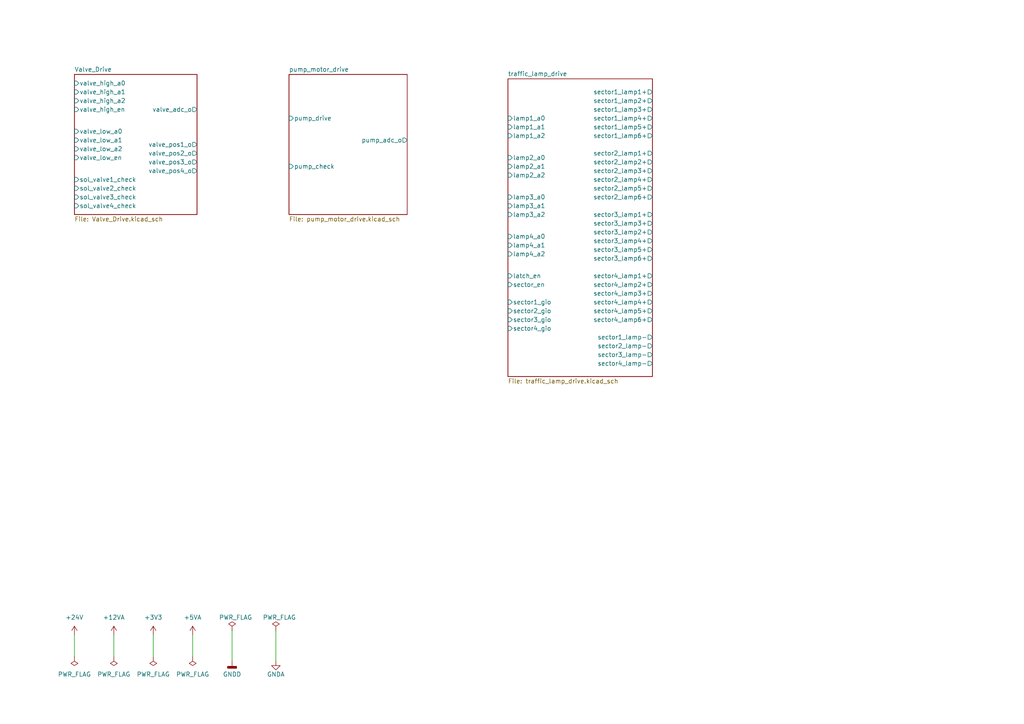
<source format=kicad_sch>
(kicad_sch (version 20211123) (generator eeschema)
  (paper "A4")
  (title_block (title "Traffic_Control_Board") (date "2022-07-03") (rev "rev02") (company "EddiAcademy"))
  (lib_symbols
    (symbol "power:+12VA" (power) (pin_names (offset 0))
      (property "Value" "+12VA" (at 0 3.556 0))
      (symbol "+12VA_0_1"
        (polyline (pts (xy -0.762 1.27) (xy 0 2.54)))
        (polyline (pts (xy 0 0) (xy 0 2.54)))
        (polyline (pts (xy 0 2.54) (xy 0.762 1.27)))
      )
      (symbol "+12VA_1_1"
        (pin power_in line (at 0 0 90) (length 0) hide (name "+12VA") (number "1"))
      )
    )
    (symbol "power:+24V" (power) (pin_names (offset 0))
      (property "Value" "+24V" (at 0 3.556 0))
      (symbol "+24V_0_1"
        (polyline (pts (xy -0.762 1.27) (xy 0 2.54)))
        (polyline (pts (xy 0 0) (xy 0 2.54)))
        (polyline (pts (xy 0 2.54) (xy 0.762 1.27)))
      )
      (symbol "+24V_1_1"
        (pin power_in line (at 0 0 90) (length 0) hide (name "+24V") (number "1"))
      )
    )
    (symbol "power:+3V3" (power) (pin_names (offset 0))
      (property "Value" "+3V3" (at 0 3.556 0))
      (symbol "+3V3_0_1"
        (polyline (pts (xy -0.762 1.27) (xy 0 2.54)))
        (polyline (pts (xy 0 0) (xy 0 2.54)))
        (polyline (pts (xy 0 2.54) (xy 0.762 1.27)))
      )
      (symbol "+3V3_1_1"
        (pin power_in line (at 0 0 90) (length 0) hide (name "+3V3") (number "1"))
      )
    )
    (symbol "power:+5VA" (power) (pin_names (offset 0))
      (property "Value" "+5VA" (at 0 3.556 0))
      (symbol "+5VA_0_1"
        (polyline (pts (xy -0.762 1.27) (xy 0 2.54)))
        (polyline (pts (xy 0 0) (xy 0 2.54)))
        (polyline (pts (xy 0 2.54) (xy 0.762 1.27)))
      )
      (symbol "+5VA_1_1"
        (pin power_in line (at 0 0 90) (length 0) hide (name "+5VA") (number "1"))
      )
    )
    (symbol "power:GNDA" (power) (pin_names (offset 0))
      (property "Value" "GNDA" (at 0 -3.81 0))
      (symbol "GNDA_0_1"
        (polyline (pts (xy 0 0) (xy 0 -1.27) (xy 1.27 -1.27) (xy 0 -2.54) (xy -1.27 -1.27) (xy 0 -1.27)))
      )
      (symbol "GNDA_1_1"
        (pin power_in line (at 0 0 270) (length 0) hide (name "GNDA") (number "1"))
      )
    )
    (symbol "power:GNDD" (power) (pin_names (offset 0))
      (property "Value" "GNDD" (at 0 -3.175 0))
      (symbol "GNDD_0_1"
        (rectangle (start -1.27 -1.524) (end 1.27 -2.032) (stroke (width 0.254)) (fill (type outline)))
        (polyline (pts (xy 0 0) (xy 0 -1.524)))
      )
      (symbol "GNDD_1_1"
        (pin power_in line (at 0 0 270) (length 0) hide (name "GNDD") (number "1"))
      )
    )
    (symbol "power:PWR_FLAG" (power) (pin_numbers hide) (pin_names (offset 0) hide)
      (property "Value" "PWR_FLAG" (at 0 3.81 0))
      (symbol "PWR_FLAG_0_0"
        (pin power_out line (at 0 0 90) (length 0) (name "pwr") (number "1"))
      )
      (symbol "PWR_FLAG_0_1"
        (polyline (pts (xy 0 0) (xy 0 1.27) (xy -1.016 1.905) (xy 0 2.54) (xy 1.016 1.905) (xy 0 1.27)))
      )
    )
  )
  (wire (pts (xy 80.01 182.88) (xy 80.01 191.77)))
  (wire (pts (xy 21.59 184.15) (xy 21.59 190.5)))
  (wire (pts (xy 67.31 182.88) (xy 67.31 191.77)))
  (wire (pts (xy 44.45 184.15) (xy 44.45 190.5)))
  (wire (pts (xy 55.88 184.15) (xy 55.88 190.5)))
  (wire (pts (xy 33.02 184.15) (xy 33.02 190.5)))
  (symbol (lib_id "power:GNDD") (at 67.31 191.77 0) (unit 1)
    (property "Reference" "#PWR0108" (effects hide))
    (property "Value" "GNDD" (at 67.31 195.58 0))
  )
  (symbol (lib_id "power:PWR_FLAG") (at 80.01 182.88 0) (unit 1)
    (property "Reference" "#FLG0105" (effects hide))
    (property "Value" "PWR_FLAG" (at 76.2 179.07 0) (effects (justify left)))
  )
  (symbol (lib_id "power:PWR_FLAG") (at 44.45 190.5 180) (unit 1)
    (property "Reference" "#FLG0101" (effects hide))
    (property "Value" "PWR_FLAG" (at 44.45 195.58 0))
  )
  (symbol (lib_id "power:+24V") (at 21.59 184.15 0) (unit 1)
    (property "Reference" "#PWR0134" (effects hide))
    (property "Value" "+24V" (at 21.59 179.07 0))
  )
  (symbol (lib_id "power:GNDA") (at 80.01 191.77 0) (unit 1)
    (property "Reference" "#PWR0107" (effects hide))
    (property "Value" "GNDA" (at 80.01 195.58 0))
  )
  (symbol (lib_id "power:PWR_FLAG") (at 67.31 182.88 0) (unit 1)
    (property "Reference" "#FLG0104" (effects hide))
    (property "Value" "PWR_FLAG" (at 63.5 179.07 0) (effects (justify left)))
  )
  (symbol (lib_id "power:+5VA") (at 55.88 184.15 0) (unit 1)
    (property "Reference" "#PWR0103" (effects hide))
    (property "Value" "+5VA" (at 55.88 179.07 0))
  )
  (symbol (lib_id "power:PWR_FLAG") (at 33.02 190.5 180) (unit 1)
    (property "Reference" "#FLG0103" (effects hide))
    (property "Value" "PWR_FLAG" (at 33.02 195.58 0))
  )
  (symbol (lib_id "power:PWR_FLAG") (at 55.88 190.5 180) (unit 1)
    (property "Reference" "#FLG0102" (effects hide))
    (property "Value" "PWR_FLAG" (at 55.88 195.58 0))
  )
  (symbol (lib_id "power:PWR_FLAG") (at 21.59 190.5 180) (unit 1)
    (property "Reference" "#FLG0106" (effects hide))
    (property "Value" "PWR_FLAG" (at 21.59 195.58 0))
  )
  (symbol (lib_id "power:+3V3") (at 44.45 184.15 0) (unit 1)
    (property "Reference" "#PWR0102" (effects hide))
    (property "Value" "+3V3" (at 44.45 179.07 0))
  )
  (symbol (lib_id "power:+12VA") (at 33.02 184.15 0) (unit 1)
    (property "Reference" "#PWR0101" (effects hide))
    (property "Value" "+12VA" (at 33.02 179.07 0))
  )
  (sheet (at 147.32 22.86) (size 41.91 86.36) (stroke (width 0.1524))
    (property "Sheet name" "traffic_lamp_drive" (at 147.32 22.1484 0) (effects (justify left bottom)))
    (property "Sheet file" "traffic_lamp_drive.kicad_sch" (at 147.32 109.8046 0) (effects (justify left top)))
    (pin "sector_en" input (at 147.32 82.55 180))
    (pin "lamp1_a0" input (at 147.32 34.29 180))
    (pin "lamp1_a1" input (at 147.32 36.83 180))
    (pin "lamp1_a2" input (at 147.32 39.37 180))
    (pin "lamp2_a1" input (at 147.32 48.26 180))
    (pin "lamp2_a0" input (at 147.32 45.72 180))
    (pin "lamp2_a2" input (at 147.32 50.8 180))
    (pin "lamp3_a1" input (at 147.32 59.69 180))
    (pin "lamp3_a0" input (at 147.32 57.15 180))
    (pin "lamp3_a2" input (at 147.32 62.23 180))
    (pin "lamp4_a0" input (at 147.32 68.58 180))
    (pin "lamp4_a1" input (at 147.32 71.12 180))
    (pin "lamp4_a2" input (at 147.32 73.66 180))
    (pin "latch_en" input (at 147.32 80.01 180))
    (pin "sector2_gio" input (at 147.32 90.17 180))
    (pin "sector1_gio" input (at 147.32 87.63 180))
    (pin "sector3_gio" input (at 147.32 92.71 180))
    (pin "sector4_gio" input (at 147.32 95.25 180))
    (pin "sector1_lamp5+" output (at 189.23 36.83 0))
    (pin "sector1_lamp6+" output (at 189.23 39.37 0))
    (pin "sector2_lamp1+" output (at 189.23 44.45 0))
    (pin "sector2_lamp2+" output (at 189.23 46.99 0))
    (pin "sector1_lamp2+" output (at 189.23 29.21 0))
    (pin "sector1_lamp1+" output (at 189.23 26.67 0))
    (pin "sector1_lamp4+" output (at 189.23 34.29 0))
    (pin "sector1_lamp3+" output (at 189.23 31.75 0))
    (pin "sector2_lamp3+" output (at 189.23 49.53 0))
    (pin "sector2_lamp4+" output (at 189.23 52.07 0))
    (pin "sector2_lamp5+" output (at 189.23 54.61 0))
    (pin "sector2_lamp6+" output (at 189.23 57.15 0))
    (pin "sector3_lamp1+" output (at 189.23 62.23 0))
    (pin "sector3_lamp3+" output (at 189.23 64.77 0))
    (pin "sector3_lamp2+" output (at 189.23 67.31 0))
    (pin "sector3_lamp4+" output (at 189.23 69.85 0))
    (pin "sector3_lamp5+" output (at 189.23 72.39 0))
    (pin "sector3_lamp6+" output (at 189.23 74.93 0))
    (pin "sector4_lamp1+" output (at 189.23 80.01 0))
    (pin "sector4_lamp2+" output (at 189.23 82.55 0))
    (pin "sector4_lamp4+" output (at 189.23 87.63 0))
    (pin "sector4_lamp3+" output (at 189.23 85.09 0))
    (pin "sector4_lamp5+" output (at 189.23 90.17 0))
    (pin "sector4_lamp6+" output (at 189.23 92.71 0))
    (pin "sector1_lamp-" output (at 189.23 97.79 0))
    (pin "sector2_lamp-" output (at 189.23 100.33 0))
    (pin "sector3_lamp-" output (at 189.23 102.87 0))
    (pin "sector4_lamp-" output (at 189.23 105.41 0))
  )
  (sheet (at 21.59 21.59) (size 35.56 40.64) (stroke (width 0.1524))
    (property "Sheet name" "Valve_Drive" (at 21.59 20.8784 0) (effects (justify left bottom)))
    (property "Sheet file" "Valve_Drive.kicad_sch" (at 21.59 62.8146 0) (effects (justify left top)))
    (pin "sol_valve4_check" input (at 21.59 59.69 180))
    (pin "sol_valve1_check" input (at 21.59 52.07 180))
    (pin "sol_valve2_check" input (at 21.59 54.61 180))
    (pin "sol_valve3_check" input (at 21.59 57.15 180))
    (pin "valve_adc_o" output (at 57.15 31.75 0))
    (pin "valve_high_a0" input (at 21.59 24.13 180))
    (pin "valve_high_a1" input (at 21.59 26.67 180))
    (pin "valve_high_a2" input (at 21.59 29.21 180))
    (pin "valve_high_en" input (at 21.59 31.75 180))
    (pin "valve_low_a0" input (at 21.59 38.1 180))
    (pin "valve_low_a1" input (at 21.59 40.64 180))
    (pin "valve_low_a2" input (at 21.59 43.18 180))
    (pin "valve_low_en" input (at 21.59 45.72 180))
    (pin "valve_pos1_o" output (at 57.15 41.91 0))
    (pin "valve_pos2_o" output (at 57.15 44.45 0))
    (pin "valve_pos3_o" output (at 57.15 46.99 0))
    (pin "valve_pos4_o" output (at 57.15 49.53 0))
  )
  (sheet (at 83.82 21.59) (size 34.29 40.64) (stroke (width 0.1524))
    (property "Sheet name" "pump_motor_drive" (at 83.82 20.8784 0) (effects (justify left bottom)))
    (property "Sheet file" "pump_motor_drive.kicad_sch" (at 83.82 62.8146 0) (effects (justify left top)))
    (pin "pump_drive" input (at 83.82 34.29 180))
    (pin "pump_check" input (at 83.82 48.26 180))
    (pin "pump_adc_o" output (at 118.11 40.64 0))
  )
)
</source>
